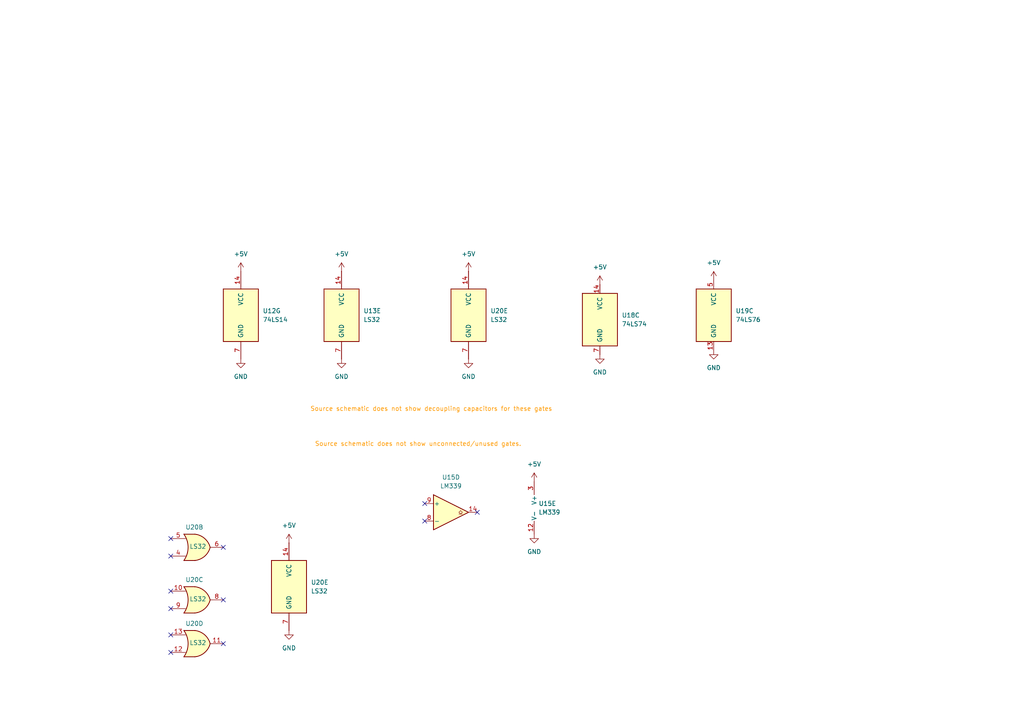
<source format=kicad_sch>
(kicad_sch (version 20231120) (generator "eeschema") (generator_version "8.0")
  (paper "A4")
  (lib_symbols
    (symbol "74xx:74LS14" (pin_names (offset 1.016))
      (property "Reference" "U" (at 0 1.27 0))
      (property "Value" "74LS14" (at 0 -1.27 0))
      (symbol "74LS14_1_0"
        (polyline (pts (xy -3.81 3.81) (xy -3.81 -3.81) (xy 3.81 0) (xy -3.81 3.81)) (stroke (width 0.254)) (fill (type background)))
        (pin input line (at -7.62 0 0) (length 3.81) (name "~") (number "1"))
        (pin output inverted (at 7.62 0 180) (length 3.81) (name "~") (number "2"))
      )
      (symbol "74LS14_1_1"
        (polyline (pts (xy -1.905 -1.27) (xy -1.905 1.27) (xy -0.635 1.27)))
        (polyline (pts (xy -2.54 -1.27) (xy -0.635 -1.27) (xy -0.635 1.27) (xy 0 1.27)))
      )
      (symbol "74LS14_2_0"
        (polyline (pts (xy -3.81 3.81) (xy -3.81 -3.81) (xy 3.81 0) (xy -3.81 3.81)) (stroke (width 0.254)) (fill (type background)))
        (pin input line (at -7.62 0 0) (length 3.81) (name "~") (number "3"))
        (pin output inverted (at 7.62 0 180) (length 3.81) (name "~") (number "4"))
      )
      (symbol "74LS14_2_1"
        (polyline (pts (xy -1.905 -1.27) (xy -1.905 1.27) (xy -0.635 1.27)))
        (polyline (pts (xy -2.54 -1.27) (xy -0.635 -1.27) (xy -0.635 1.27) (xy 0 1.27)))
      )
      (symbol "74LS14_3_0"
        (polyline (pts (xy -3.81 3.81) (xy -3.81 -3.81) (xy 3.81 0) (xy -3.81 3.81)) (stroke (width 0.254)) (fill (type background)))
        (pin input line (at -7.62 0 0) (length 3.81) (name "~") (number "5"))
        (pin output inverted (at 7.62 0 180) (length 3.81) (name "~") (number "6"))
      )
      (symbol "74LS14_3_1"
        (polyline (pts (xy -1.905 -1.27) (xy -1.905 1.27) (xy -0.635 1.27)))
        (polyline (pts (xy -2.54 -1.27) (xy -0.635 -1.27) (xy -0.635 1.27) (xy 0 1.27)))
      )
      (symbol "74LS14_4_0"
        (polyline (pts (xy -3.81 3.81) (xy -3.81 -3.81) (xy 3.81 0) (xy -3.81 3.81)) (stroke (width 0.254)) (fill (type background)))
        (pin output inverted (at 7.62 0 180) (length 3.81) (name "~") (number "8"))
        (pin input line (at -7.62 0 0) (length 3.81) (name "~") (number "9"))
      )
      (symbol "74LS14_4_1"
        (polyline (pts (xy -1.905 -1.27) (xy -1.905 1.27) (xy -0.635 1.27)))
        (polyline (pts (xy -2.54 -1.27) (xy -0.635 -1.27) (xy -0.635 1.27) (xy 0 1.27)))
      )
      (symbol "74LS14_5_0"
        (polyline (pts (xy -3.81 3.81) (xy -3.81 -3.81) (xy 3.81 0) (xy -3.81 3.81)) (stroke (width 0.254)) (fill (type background)))
        (pin output inverted (at 7.62 0 180) (length 3.81) (name "~") (number "10"))
        (pin input line (at -7.62 0 0) (length 3.81) (name "~") (number "11"))
      )
      (symbol "74LS14_5_1"
        (polyline (pts (xy -1.905 -1.27) (xy -1.905 1.27) (xy -0.635 1.27)))
        (polyline (pts (xy -2.54 -1.27) (xy -0.635 -1.27) (xy -0.635 1.27) (xy 0 1.27)))
      )
      (symbol "74LS14_6_0"
        (polyline (pts (xy -3.81 3.81) (xy -3.81 -3.81) (xy 3.81 0) (xy -3.81 3.81)) (stroke (width 0.254)) (fill (type background)))
        (pin output inverted (at 7.62 0 180) (length 3.81) (name "~") (number "12"))
        (pin input line (at -7.62 0 0) (length 3.81) (name "~") (number "13"))
      )
      (symbol "74LS14_6_1"
        (polyline (pts (xy -1.905 -1.27) (xy -1.905 1.27) (xy -0.635 1.27)))
        (polyline (pts (xy -2.54 -1.27) (xy -0.635 -1.27) (xy -0.635 1.27) (xy 0 1.27)))
      )
      (symbol "74LS14_7_0"
        (pin power_in line (at 0 12.7 270) (length 5.08) (name "VCC") (number "14"))
        (pin power_in line (at 0 -12.7 90) (length 5.08) (name "GND") (number "7"))
      )
      (symbol "74LS14_7_1"
        (rectangle (start -5.08 7.62) (end 5.08 -7.62) (stroke (width 0.254)) (fill (type background)))
      )
    )
    (symbol "74xx:74LS32" (pin_names (offset 1.016))
      (property "Reference" "U" (at 0 1.27 0))
      (property "Value" "74LS32" (at 0 -1.27 0))
      (symbol "74LS32_1_1"
        (arc (start -3.81 -3.81) (mid -2.589 0) (end -3.81 3.81) (stroke (width 0.254)))
        (arc (start -0.6096 -3.81) (mid 2.1842 -2.5851) (end 3.81 0) (stroke (width 0.254)) (fill (type background)))
        (polyline (pts (xy -3.81 -3.81) (xy -0.635 -3.81)) (stroke (width 0.254)) (fill (type background)))
        (polyline (pts (xy -3.81 3.81) (xy -0.635 3.81)) (stroke (width 0.254)) (fill (type background)))
        (polyline (pts (xy -0.635 3.81) (xy -3.81 3.81) (xy -3.81 3.81) (xy -3.556 3.4036) (xy -3.0226 2.2606) (xy -2.6924 1.0414) (xy -2.6162 -0.254) (xy -2.7686 -1.4986) (xy -3.175 -2.7178) (xy -3.81 -3.81) (xy -3.81 -3.81) (xy -0.635 -3.81)) (stroke (width -25.4)) (fill (type background)))
        (arc (start 3.81 0) (mid 2.1915 2.5936) (end -0.6096 3.81) (stroke (width 0.254)) (fill (type background)))
        (pin input line (at -7.62 2.54 0) (length 4.318) (name "~") (number "1"))
        (pin input line (at -7.62 -2.54 0) (length 4.318) (name "~") (number "2"))
        (pin output line (at 7.62 0 180) (length 3.81) (name "~") (number "3"))
      )
      (symbol "74LS32_1_2"
        (arc (start 0 -3.81) (mid 3.7934 0) (end 0 3.81) (stroke (width 0.254)) (fill (type background)))
        (polyline (pts (xy 0 3.81) (xy -3.81 3.81) (xy -3.81 -3.81) (xy 0 -3.81)) (stroke (width 0.254)) (fill (type background)))
        (pin input inverted (at -7.62 2.54 0) (length 3.81) (name "~") (number "1"))
        (pin input inverted (at -7.62 -2.54 0) (length 3.81) (name "~") (number "2"))
        (pin output inverted (at 7.62 0 180) (length 3.81) (name "~") (number "3"))
      )
      (symbol "74LS32_2_1"
        (arc (start -3.81 -3.81) (mid -2.589 0) (end -3.81 3.81) (stroke (width 0.254)))
        (arc (start -0.6096 -3.81) (mid 2.1842 -2.5851) (end 3.81 0) (stroke (width 0.254)) (fill (type background)))
        (polyline (pts (xy -3.81 -3.81) (xy -0.635 -3.81)) (stroke (width 0.254)) (fill (type background)))
        (polyline (pts (xy -3.81 3.81) (xy -0.635 3.81)) (stroke (width 0.254)) (fill (type background)))
        (polyline (pts (xy -0.635 3.81) (xy -3.81 3.81) (xy -3.81 3.81) (xy -3.556 3.4036) (xy -3.0226 2.2606) (xy -2.6924 1.0414) (xy -2.6162 -0.254) (xy -2.7686 -1.4986) (xy -3.175 -2.7178) (xy -3.81 -3.81) (xy -3.81 -3.81) (xy -0.635 -3.81)) (stroke (width -25.4)) (fill (type background)))
        (arc (start 3.81 0) (mid 2.1915 2.5936) (end -0.6096 3.81) (stroke (width 0.254)) (fill (type background)))
        (pin input line (at -7.62 2.54 0) (length 4.318) (name "~") (number "4"))
        (pin input line (at -7.62 -2.54 0) (length 4.318) (name "~") (number "5"))
        (pin output line (at 7.62 0 180) (length 3.81) (name "~") (number "6"))
      )
      (symbol "74LS32_2_2"
        (arc (start 0 -3.81) (mid 3.7934 0) (end 0 3.81) (stroke (width 0.254)) (fill (type background)))
        (polyline (pts (xy 0 3.81) (xy -3.81 3.81) (xy -3.81 -3.81) (xy 0 -3.81)) (stroke (width 0.254)) (fill (type background)))
        (pin input inverted (at -7.62 2.54 0) (length 3.81) (name "~") (number "4"))
        (pin input inverted (at -7.62 -2.54 0) (length 3.81) (name "~") (number "5"))
        (pin output inverted (at 7.62 0 180) (length 3.81) (name "~") (number "6"))
      )
      (symbol "74LS32_3_1"
        (arc (start -3.81 -3.81) (mid -2.589 0) (end -3.81 3.81) (stroke (width 0.254)))
        (arc (start -0.6096 -3.81) (mid 2.1842 -2.5851) (end 3.81 0) (stroke (width 0.254)) (fill (type background)))
        (polyline (pts (xy -3.81 -3.81) (xy -0.635 -3.81)) (stroke (width 0.254)) (fill (type background)))
        (polyline (pts (xy -3.81 3.81) (xy -0.635 3.81)) (stroke (width 0.254)) (fill (type background)))
        (polyline (pts (xy -0.635 3.81) (xy -3.81 3.81) (xy -3.81 3.81) (xy -3.556 3.4036) (xy -3.0226 2.2606) (xy -2.6924 1.0414) (xy -2.6162 -0.254) (xy -2.7686 -1.4986) (xy -3.175 -2.7178) (xy -3.81 -3.81) (xy -3.81 -3.81) (xy -0.635 -3.81)) (stroke (width -25.4)) (fill (type background)))
        (arc (start 3.81 0) (mid 2.1915 2.5936) (end -0.6096 3.81) (stroke (width 0.254)) (fill (type background)))
        (pin input line (at -7.62 -2.54 0) (length 4.318) (name "~") (number "10"))
        (pin output line (at 7.62 0 180) (length 3.81) (name "~") (number "8"))
        (pin input line (at -7.62 2.54 0) (length 4.318) (name "~") (number "9"))
      )
      (symbol "74LS32_3_2"
        (arc (start 0 -3.81) (mid 3.7934 0) (end 0 3.81) (stroke (width 0.254)) (fill (type background)))
        (polyline (pts (xy 0 3.81) (xy -3.81 3.81) (xy -3.81 -3.81) (xy 0 -3.81)) (stroke (width 0.254)) (fill (type background)))
        (pin input inverted (at -7.62 -2.54 0) (length 3.81) (name "~") (number "10"))
        (pin output inverted (at 7.62 0 180) (length 3.81) (name "~") (number "8"))
        (pin input inverted (at -7.62 2.54 0) (length 3.81) (name "~") (number "9"))
      )
      (symbol "74LS32_4_1"
        (arc (start -3.81 -3.81) (mid -2.589 0) (end -3.81 3.81) (stroke (width 0.254)))
        (arc (start -0.6096 -3.81) (mid 2.1842 -2.5851) (end 3.81 0) (stroke (width 0.254)) (fill (type background)))
        (polyline (pts (xy -3.81 -3.81) (xy -0.635 -3.81)) (stroke (width 0.254)) (fill (type background)))
        (polyline (pts (xy -3.81 3.81) (xy -0.635 3.81)) (stroke (width 0.254)) (fill (type background)))
        (polyline (pts (xy -0.635 3.81) (xy -3.81 3.81) (xy -3.81 3.81) (xy -3.556 3.4036) (xy -3.0226 2.2606) (xy -2.6924 1.0414) (xy -2.6162 -0.254) (xy -2.7686 -1.4986) (xy -3.175 -2.7178) (xy -3.81 -3.81) (xy -3.81 -3.81) (xy -0.635 -3.81)) (stroke (width -25.4)) (fill (type background)))
        (arc (start 3.81 0) (mid 2.1915 2.5936) (end -0.6096 3.81) (stroke (width 0.254)) (fill (type background)))
        (pin output line (at 7.62 0 180) (length 3.81) (name "~") (number "11"))
        (pin input line (at -7.62 2.54 0) (length 4.318) (name "~") (number "12"))
        (pin input line (at -7.62 -2.54 0) (length 4.318) (name "~") (number "13"))
      )
      (symbol "74LS32_4_2"
        (arc (start 0 -3.81) (mid 3.7934 0) (end 0 3.81) (stroke (width 0.254)) (fill (type background)))
        (polyline (pts (xy 0 3.81) (xy -3.81 3.81) (xy -3.81 -3.81) (xy 0 -3.81)) (stroke (width 0.254)) (fill (type background)))
        (pin output inverted (at 7.62 0 180) (length 3.81) (name "~") (number "11"))
        (pin input inverted (at -7.62 2.54 0) (length 3.81) (name "~") (number "12"))
        (pin input inverted (at -7.62 -2.54 0) (length 3.81) (name "~") (number "13"))
      )
      (symbol "74LS32_5_0"
        (pin power_in line (at 0 12.7 270) (length 5.08) (name "VCC") (number "14"))
        (pin power_in line (at 0 -12.7 90) (length 5.08) (name "GND") (number "7"))
      )
      (symbol "74LS32_5_1"
        (rectangle (start -5.08 7.62) (end 5.08 -7.62) (stroke (width 0.254)) (fill (type background)))
      )
    )
    (symbol "74xx:74LS74" (pin_names (offset 1.016))
      (property "Reference" "U" (at -7.62 8.89 0))
      (property "Value" "74LS74" (at -7.62 -8.89 0))
      (symbol "74LS74_1_0"
        (pin input line (at 0 -7.62 90) (length 2.54) (name "~{R}") (number "1"))
        (pin input line (at -7.62 2.54 0) (length 2.54) (name "D") (number "2"))
        (pin input clock (at -7.62 0 0) (length 2.54) (name "C") (number "3"))
        (pin input line (at 0 7.62 270) (length 2.54) (name "~{S}") (number "4"))
        (pin output line (at 7.62 2.54 180) (length 2.54) (name "Q") (number "5"))
        (pin output line (at 7.62 -2.54 180) (length 2.54) (name "~{Q}") (number "6"))
      )
      (symbol "74LS74_1_1"
        (rectangle (start -5.08 5.08) (end 5.08 -5.08) (stroke (width 0.254)) (fill (type background)))
      )
      (symbol "74LS74_2_0"
        (pin input line (at 0 7.62 270) (length 2.54) (name "~{S}") (number "10"))
        (pin input clock (at -7.62 0 0) (length 2.54) (name "C") (number "11"))
        (pin input line (at -7.62 2.54 0) (length 2.54) (name "D") (number "12"))
        (pin input line (at 0 -7.62 90) (length 2.54) (name "~{R}") (number "13"))
        (pin output line (at 7.62 -2.54 180) (length 2.54) (name "~{Q}") (number "8"))
        (pin output line (at 7.62 2.54 180) (length 2.54) (name "Q") (number "9"))
      )
      (symbol "74LS74_2_1"
        (rectangle (start -5.08 5.08) (end 5.08 -5.08) (stroke (width 0.254)) (fill (type background)))
      )
      (symbol "74LS74_3_0"
        (pin power_in line (at 0 10.16 270) (length 2.54) (name "VCC") (number "14"))
        (pin power_in line (at 0 -10.16 90) (length 2.54) (name "GND") (number "7"))
      )
      (symbol "74LS74_3_1"
        (rectangle (start -5.08 7.62) (end 5.08 -7.62) (stroke (width 0.254)) (fill (type background)))
      )
    )
    (symbol "74xx:74LS76" (pin_names (offset 1.016))
      (property "Reference" "U" (at -7.62 8.89 0))
      (property "Value" "74LS76" (at -7.62 -8.89 0))
      (symbol "74LS76_1_0"
        (pin input clock (at -7.62 0 0) (length 2.54) (name "C") (number "1"))
        (pin output line (at 7.62 -2.54 180) (length 2.54) (name "~{Q}") (number "14"))
        (pin output line (at 7.62 2.54 180) (length 2.54) (name "Q") (number "15"))
        (pin input line (at -7.62 -2.54 0) (length 2.54) (name "K") (number "16"))
        (pin input line (at 0 7.62 270) (length 2.54) (name "~{S}") (number "2"))
        (pin input line (at 0 -7.62 90) (length 2.54) (name "~{R}") (number "3"))
        (pin input line (at -7.62 2.54 0) (length 2.54) (name "J") (number "4"))
      )
      (symbol "74LS76_1_1"
        (rectangle (start -5.08 5.08) (end 5.08 -5.08) (stroke (width 0.254)) (fill (type background)))
      )
      (symbol "74LS76_2_0"
        (pin output line (at 7.62 -2.54 180) (length 2.54) (name "~{Q}") (number "10"))
        (pin output line (at 7.62 2.54 180) (length 2.54) (name "Q") (number "11"))
        (pin input line (at -7.62 -2.54 0) (length 2.54) (name "K") (number "12"))
        (pin input clock (at -7.62 0 0) (length 2.54) (name "C") (number "6"))
        (pin input line (at 0 7.62 270) (length 2.54) (name "~{S}") (number "7"))
        (pin input line (at 0 -7.62 90) (length 2.54) (name "~{R}") (number "8"))
        (pin input line (at -7.62 2.54 0) (length 2.54) (name "J") (number "9"))
      )
      (symbol "74LS76_2_1"
        (rectangle (start -5.08 5.08) (end 5.08 -5.08) (stroke (width 0.254)) (fill (type background)))
      )
      (symbol "74LS76_3_0"
        (pin power_in line (at 0 -10.16 90) (length 2.54) (name "GND") (number "13"))
        (pin power_in line (at 0 10.16 270) (length 2.54) (name "VCC") (number "5"))
      )
      (symbol "74LS76_3_1"
        (rectangle (start -5.08 7.62) (end 5.08 -7.62) (stroke (width 0.254)) (fill (type background)))
      )
    )
    (symbol "Comparator:LM339" (pin_names (offset 0.127))
      (property "Reference" "U" (at 0 5.08 0))
      (property "Value" "LM339" (at 0 -5.08 0))
      (symbol "LM339_1_1"
        (polyline (pts (xy -5.08 5.08) (xy 5.08 0) (xy -5.08 -5.08) (xy -5.08 5.08)) (stroke (width 0.254)) (fill (type background)))
        (polyline (pts (xy 3.302 -0.508) (xy 2.794 -0.508) (xy 3.302 0) (xy 2.794 0.508) (xy 2.286 0) (xy 2.794 -0.508) (xy 2.286 -0.508)) (stroke (width 0.127)))
        (pin open_collector line (at 7.62 0 180) (length 2.54) (name "~") (number "2"))
        (pin input line (at -7.62 -2.54 0) (length 2.54) (name "-") (number "4"))
        (pin input line (at -7.62 2.54 0) (length 2.54) (name "+") (number "5"))
      )
      (symbol "LM339_2_1"
        (polyline (pts (xy -5.08 5.08) (xy 5.08 0) (xy -5.08 -5.08) (xy -5.08 5.08)) (stroke (width 0.254)) (fill (type background)))
        (polyline (pts (xy 3.302 -0.508) (xy 2.794 -0.508) (xy 3.302 0) (xy 2.794 0.508) (xy 2.286 0) (xy 2.794 -0.508) (xy 2.286 -0.508)) (stroke (width 0.127)))
        (pin open_collector line (at 7.62 0 180) (length 2.54) (name "~") (number "1"))
        (pin input line (at -7.62 -2.54 0) (length 2.54) (name "-") (number "6"))
        (pin input line (at -7.62 2.54 0) (length 2.54) (name "+") (number "7"))
      )
      (symbol "LM339_3_1"
        (polyline (pts (xy -5.08 5.08) (xy 5.08 0) (xy -5.08 -5.08) (xy -5.08 5.08)) (stroke (width 0.254)) (fill (type background)))
        (polyline (pts (xy 3.302 -0.508) (xy 2.794 -0.508) (xy 3.302 0) (xy 2.794 0.508) (xy 2.286 0) (xy 2.794 -0.508) (xy 2.286 -0.508)) (stroke (width 0.127)))
        (pin input line (at -7.62 -2.54 0) (length 2.54) (name "-") (number "10"))
        (pin input line (at -7.62 2.54 0) (length 2.54) (name "+") (number "11"))
        (pin open_collector line (at 7.62 0 180) (length 2.54) (name "~") (number "13"))
      )
      (symbol "LM339_4_1"
        (polyline (pts (xy -5.08 5.08) (xy 5.08 0) (xy -5.08 -5.08) (xy -5.08 5.08)) (stroke (width 0.254)) (fill (type background)))
        (polyline (pts (xy 3.302 -0.508) (xy 2.794 -0.508) (xy 3.302 0) (xy 2.794 0.508) (xy 2.286 0) (xy 2.794 -0.508) (xy 2.286 -0.508)) (stroke (width 0.127)))
        (pin open_collector line (at 7.62 0 180) (length 2.54) (name "~") (number "14"))
        (pin input line (at -7.62 -2.54 0) (length 2.54) (name "-") (number "8"))
        (pin input line (at -7.62 2.54 0) (length 2.54) (name "+") (number "9"))
      )
      (symbol "LM339_5_1"
        (pin power_in line (at -2.54 -7.62 90) (length 3.81) (name "V-") (number "12"))
        (pin power_in line (at -2.54 7.62 270) (length 3.81) (name "V+") (number "3"))
      )
    )
    (symbol "TRS-80 MC-10 Symbols:GND-No_label" (power) (pin_names (offset 0))
      (symbol "GND-No_label_0_1"
        (polyline (pts (xy 0 0) (xy 0 -1.27) (xy 1.27 -1.27) (xy 0 -2.54) (xy -1.27 -1.27) (xy 0 -1.27)))
      )
      (symbol "GND-No_label_1_1"
        (pin power_in line (at 0 0 270) (length 0) hide (name "GND") (number "1"))
      )
    )
    (symbol "power:+5V" (power) (pin_numbers hide) (pin_names (offset 0) hide)
      (property "Value" "+5V" (at 0 3.556 0))
      (symbol "+5V_0_1"
        (polyline (pts (xy -0.762 1.27) (xy 0 2.54)))
        (polyline (pts (xy 0 0) (xy 0 2.54)))
        (polyline (pts (xy 0 2.54) (xy 0.762 1.27)))
      )
      (symbol "+5V_1_1"
        (pin power_in line (at 0 0 90) (length 0) (name "~") (number "1"))
      )
    )
  )
  (no_connect (at 49.53 171.45))
  (no_connect (at 138.43 148.59))
  (no_connect (at 49.53 184.15))
  (no_connect (at 123.19 146.05))
  (no_connect (at 49.53 156.21))
  (no_connect (at 123.19 151.13))
  (no_connect (at 49.53 176.53))
  (no_connect (at 64.77 186.69))
  (no_connect (at 49.53 189.23))
  (no_connect (at 49.53 161.29))
  (no_connect (at 64.77 158.75))
  (no_connect (at 64.77 173.99))
  (text "Source schematic does not show decoupling capacitors for these gates" (at 125.095 118.745 0) (effects (font (size 1.27 1.27))))
  (text "Source schematic does not show unconnected/unused gates." (at 121.285 128.905 0) (effects (font (size 1.27 1.27))))
  (symbol (lib_id "74xx:74LS76") (at 207.01 91.44 0) (unit 3)
    (property "Reference" "U19" (at 213.36 90.1699 0) (effects (justify left)))
    (property "Value" "74LS76" (at 213.36 92.7099 0) (effects (justify left)))
    (property "Datasheet" "http://www.ti.com/lit/gpn/sn74LS76" (effects (hide yes)))
    (property "Description" "Dual JK Flip-flop, Set & Reset" (effects (hide yes)))
  )
  (symbol (lib_id "74xx:74LS32") (at 99.06 91.44 0) (mirror y) (unit 5)
    (property "Reference" "U13" (at 105.41 90.1699 0) (effects (justify right)))
    (property "Value" "LS32" (at 105.41 92.7099 0) (effects (justify right)))
    (property "Datasheet" "http://www.ti.com/lit/gpn/sn74LS32" (effects (hide yes)))
    (property "Description" "Quad 2-input OR" (effects (hide yes)))
  )
  (symbol (lib_id "TRS-80 MC-10 Symbols:GND-No_label") (at 207.01 101.6 0) (unit 1)
    (property "Reference" "#PWR0117" (effects (hide yes)))
    (property "Value" "GND" (at 207.01 106.68 0))
    (property "Description" "Power symbol creates a global label with name \"GND\" , ground" (effects (hide yes)))
  )
  (symbol (lib_id "power:+5V") (at 154.94 139.7 0) (unit 1)
    (property "Reference" "#PWR0120" (effects (hide yes)))
    (property "Value" "+5V" (at 154.94 134.62 0))
    (property "Description" "Power symbol creates a global label with name \"+5V\"" (effects (hide yes)))
  )
  (symbol (lib_id "TRS-80 MC-10 Symbols:GND-No_label") (at 69.85 104.14 0) (unit 1)
    (property "Reference" "#PWR0107" (effects (hide yes)))
    (property "Value" "GND" (at 69.85 109.22 0))
    (property "Description" "Power symbol creates a global label with name \"GND\" , ground" (effects (hide yes)))
  )
  (symbol (lib_id "power:+5V") (at 207.01 81.28 0) (unit 1)
    (property "Reference" "#PWR0116" (effects (hide yes)))
    (property "Value" "+5V" (at 207.01 76.2 0))
    (property "Description" "Power symbol creates a global label with name \"+5V\"" (effects (hide yes)))
  )
  (symbol (lib_id "74xx:74LS74") (at 173.99 92.71 0) (unit 3)
    (property "Reference" "U18" (at 180.34 91.4399 0) (effects (justify left)))
    (property "Value" "74LS74" (at 180.34 93.9799 0) (effects (justify left)))
    (property "Datasheet" "74xx/74hc_hct74.pdf" (effects (hide yes)))
    (property "Description" "Dual D Flip-flop, Set & Reset" (effects (hide yes)))
  )
  (symbol (lib_id "TRS-80 MC-10 Symbols:GND-No_label") (at 173.99 102.87 0) (unit 1)
    (property "Reference" "#PWR0115" (effects (hide yes)))
    (property "Value" "GND" (at 173.99 107.95 0))
    (property "Description" "Power symbol creates a global label with name \"GND\" , ground" (effects (hide yes)))
  )
  (symbol (lib_id "Comparator:LM339") (at 157.48 147.32 0) (unit 5)
    (property "Reference" "U15" (at 156.21 146.0499 0) (effects (justify left)))
    (property "Value" "LM339" (at 156.21 148.5899 0) (effects (justify left)))
    (property "Datasheet" "https://www.st.com/resource/en/datasheet/lm139.pdf" (effects (hide yes)))
    (property "Description" "Quad Differential Comparators, SOIC-14/TSSOP-14" (effects (hide yes)))
  )
  (symbol (lib_id "TRS-80 MC-10 Symbols:GND-No_label") (at 135.89 104.14 0) (unit 1)
    (property "Reference" "#PWR0113" (effects (hide yes)))
    (property "Value" "GND" (at 135.89 109.22 0))
    (property "Description" "Power symbol creates a global label with name \"GND\" , ground" (effects (hide yes)))
  )
  (symbol (lib_id "power:+5V") (at 99.06 78.74 0) (unit 1)
    (property "Reference" "#PWR0109" (effects (hide yes)))
    (property "Value" "+5V" (at 99.06 73.66 0))
    (property "Description" "Power symbol creates a global label with name \"+5V\"" (effects (hide yes)))
  )
  (symbol (lib_id "TRS-80 MC-10 Symbols:GND-No_label") (at 154.94 154.94 0) (unit 1)
    (property "Reference" "#PWR0121" (effects (hide yes)))
    (property "Value" "GND" (at 154.94 160.02 0))
    (property "Description" "Power symbol creates a global label with name \"GND\" , ground" (effects (hide yes)))
  )
  (symbol (lib_id "power:+5V") (at 69.85 78.74 0) (unit 1)
    (property "Reference" "#PWR0108" (effects (hide yes)))
    (property "Value" "+5V" (at 69.85 73.66 0))
    (property "Description" "Power symbol creates a global label with name \"+5V\"" (effects (hide yes)))
  )
  (symbol (lib_id "74xx:74LS32") (at 83.82 170.18 0) (mirror y) (unit 5)
    (property "Reference" "U20" (at 90.17 168.9099 0) (effects (justify right)))
    (property "Value" "LS32" (at 90.17 171.4499 0) (effects (justify right)))
    (property "Datasheet" "http://www.ti.com/lit/gpn/sn74LS32" (effects (hide yes)))
    (property "Description" "Quad 2-input OR" (effects (hide yes)))
  )
  (symbol (lib_id "74xx:74LS32") (at 57.15 173.99 0) (mirror x) (unit 3)
    (property "Reference" "U20" (at 56.388 168.148 0))
    (property "Value" "LS32" (at 57.404 173.736 0))
    (property "Datasheet" "http://www.ti.com/lit/gpn/sn74LS32" (effects (hide yes)))
    (property "Description" "Quad 2-input OR" (effects (hide yes)))
  )
  (symbol (lib_id "74xx:74LS32") (at 57.15 186.69 0) (mirror x) (unit 4)
    (property "Reference" "U20" (at 56.388 180.848 0))
    (property "Value" "LS32" (at 57.404 186.436 0))
    (property "Datasheet" "http://www.ti.com/lit/gpn/sn74LS32" (effects (hide yes)))
    (property "Description" "Quad 2-input OR" (effects (hide yes)))
  )
  (symbol (lib_id "74xx:74LS32") (at 57.15 158.75 0) (mirror x) (unit 2)
    (property "Reference" "U20" (at 56.388 152.908 0))
    (property "Value" "LS32" (at 57.404 158.496 0))
    (property "Datasheet" "http://www.ti.com/lit/gpn/sn74LS32" (effects (hide yes)))
    (property "Description" "Quad 2-input OR" (effects (hide yes)))
  )
  (symbol (lib_id "74xx:74LS14") (at 69.85 91.44 0) (unit 7)
    (property "Reference" "U12" (at 76.2 90.1699 0) (effects (justify left)))
    (property "Value" "74LS14" (at 76.2 92.7099 0) (effects (justify left)))
    (property "Datasheet" "http://www.ti.com/lit/gpn/sn74LS14" (effects (hide yes)))
    (property "Description" "Hex inverter schmitt trigger" (effects (hide yes)))
  )
  (symbol (lib_id "power:+5V") (at 173.99 82.55 0) (unit 1)
    (property "Reference" "#PWR0114" (effects (hide yes)))
    (property "Value" "+5V" (at 173.99 77.47 0))
    (property "Description" "Power symbol creates a global label with name \"+5V\"" (effects (hide yes)))
  )
  (symbol (lib_id "TRS-80 MC-10 Symbols:GND-No_label") (at 99.06 104.14 0) (unit 1)
    (property "Reference" "#PWR0110" (effects (hide yes)))
    (property "Value" "GND" (at 99.06 109.22 0))
    (property "Description" "Power symbol creates a global label with name \"GND\" , ground" (effects (hide yes)))
  )
  (symbol (lib_id "power:+5V") (at 135.89 78.74 0) (unit 1)
    (property "Reference" "#PWR0112" (effects (hide yes)))
    (property "Value" "+5V" (at 135.89 73.66 0))
    (property "Description" "Power symbol creates a global label with name \"+5V\"" (effects (hide yes)))
  )
  (symbol (lib_id "Comparator:LM339") (at 130.81 148.59 0) (unit 4)
    (property "Reference" "U15" (at 130.81 138.43 0))
    (property "Value" "LM339" (at 130.81 140.97 0))
    (property "Datasheet" "https://www.st.com/resource/en/datasheet/lm139.pdf" (effects (hide yes)))
    (property "Description" "Quad Differential Comparators, SOIC-14/TSSOP-14" (effects (hide yes)))
  )
  (symbol (lib_id "74xx:74LS32") (at 135.89 91.44 0) (mirror y) (unit 5)
    (property "Reference" "U20" (at 142.24 90.1699 0) (effects (justify right)))
    (property "Value" "LS32" (at 142.24 92.7099 0) (effects (justify right)))
    (property "Datasheet" "http://www.ti.com/lit/gpn/sn74LS32" (effects (hide yes)))
    (property "Description" "Quad 2-input OR" (effects (hide yes)))
  )
  (symbol (lib_id "power:+5V") (at 83.82 157.48 0) (unit 1)
    (property "Reference" "#PWR0119" (effects (hide yes)))
    (property "Value" "+5V" (at 83.82 152.4 0))
    (property "Description" "Power symbol creates a global label with name \"+5V\"" (effects (hide yes)))
  )
  (symbol (lib_id "TRS-80 MC-10 Symbols:GND-No_label") (at 83.82 182.88 0) (unit 1)
    (property "Reference" "#PWR0118" (effects (hide yes)))
    (property "Value" "GND" (at 83.82 187.96 0))
    (property "Description" "Power symbol creates a global label with name \"GND\" , ground" (effects (hide yes)))
  )
)
</source>
